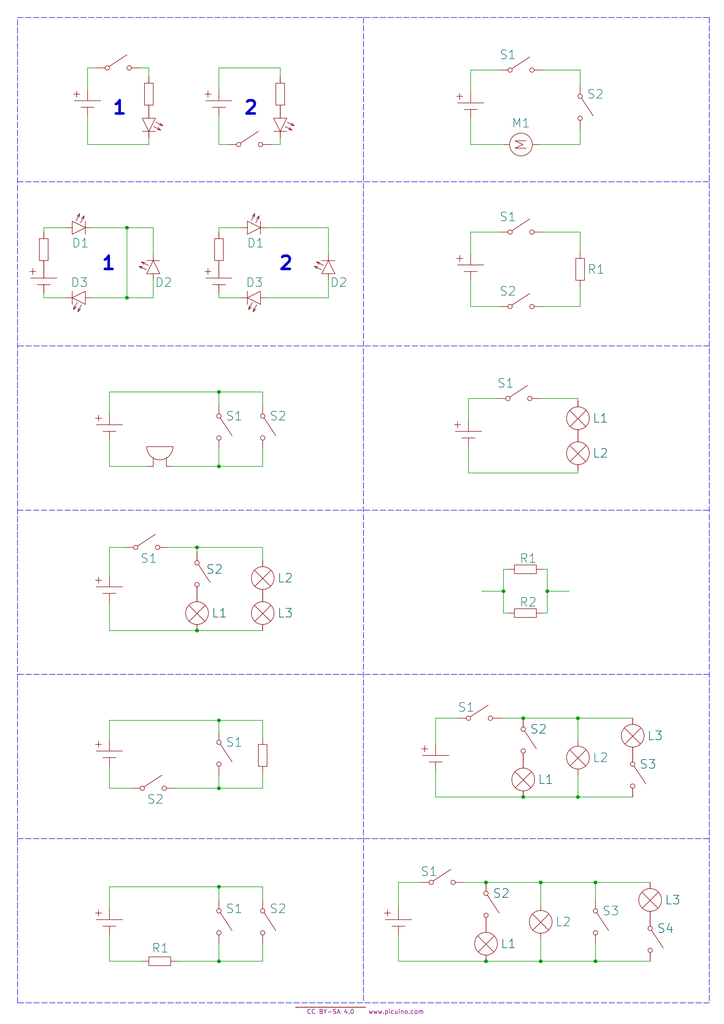
<source format=kicad_sch>
(kicad_sch (version 20231120) (generator "eeschema") (generator_version "8.0")
  (paper "A4" portrait)
  (title_block (title "Circuitos eléctricos para Test Picuino") (date "16/02/2021") (company "www.picuino.com") (comment 1 "Copyright (c) 2021 by Carlos Pardo") (comment 2 "License CC BY-SA 4.0"))
  (lib_symbols
    (symbol "electric-circuits-rescue:CopyRight-simbolos" (pin_names (offset 1.016))
      (property "License" "CC BY-SA 4.0" (at -1.27 -1.27 0))
      (property "Web" "www.picuino.com" (at 0 -1.27 0))
      (symbol "CopyRight-simbolos_0_1"
        (polyline (pts (xy -10.16 0) (xy 10.16 0)) (stroke (width 0.2032)))
      )
    )
    (symbol "electric-circuits-rescue:Pila-simbolos" (pin_names (offset 1.016))
      (property "Reference" "V" (at 5.08 -4.445 0))
      (symbol "Pila-simbolos_0_1"
        (polyline (pts (xy -4.064 -1.27) (xy -2.286 -1.27)))
        (polyline (pts (xy -3.81 -3.175) (xy 3.81 -3.175)))
        (polyline (pts (xy -3.175 -0.381) (xy -3.175 -2.159)))
        (polyline (pts (xy -1.905 -5.08) (xy 1.905 -5.08)))
      )
      (symbol "Pila-simbolos_1_1"
        (pin input line (at 0 -7.62 90) (length 2.54) (name "") (number ""))
        (pin input line (at 0 0 270) (length 3.175) (name "") (number ""))
      )
    )
    (symbol "electric-circuits-rescue:diodo_led-simbolos" (pin_names (offset 1.016))
      (property "Reference" "D" (at 5.08 -3.81 0))
      (symbol "diodo_led-simbolos_0_1"
        (polyline (pts (xy 1.397 -4.318) (xy 3.429 -5.334)))
        (polyline (pts (xy 1.905 -5.715) (xy -1.905 -5.715)))
        (polyline (pts (xy 2.032 -3.048) (xy 4.064 -4.064)))
        (polyline (pts (xy 3.429 -5.334) (xy 2.3622 -5.1816)))
        (polyline (pts (xy 3.429 -5.334) (xy 2.667 -4.572)))
        (polyline (pts (xy 4.064 -4.064) (xy 2.9972 -3.9116)))
        (polyline (pts (xy 4.064 -4.064) (xy 3.302 -3.302)))
        (polyline (pts (xy 1.905 -1.905) (xy -1.905 -1.905) (xy 0 -5.715) (xy 1.905 -1.905)))
      )
      (symbol "diodo_led-simbolos_1_1"
        (pin input line (at 0 -7.62 90) (length 1.905) (name "") (number ""))
        (pin input line (at 0 0 270) (length 1.905) (name "") (number ""))
      )
    )
    (symbol "electric-circuits-rescue:interruptor-simbolos" (pin_names (offset 1.016))
      (property "Reference" "S" (at 4.445 3.175 0))
      (symbol "interruptor-simbolos_0_0"
        (polyline (pts (xy 8.89 3.81) (xy 3.683 0.381)))
        (circle (center 3.175 0) (radius 0.635))
        (circle (center 9.525 0) (radius 0.635))
      )
      (symbol "interruptor-simbolos_1_1"
        (pin input line (at 0 0 0) (length 2.54) (name "") (number ""))
        (pin input line (at 12.7 0 180) (length 2.54) (name "") (number ""))
      )
    )
    (symbol "electric-circuits-rescue:lampara-simbolos" (pin_names (offset 1.016))
      (property "Reference" "L" (at 4.445 -5.08 0))
      (symbol "lampara-simbolos_0_1"
        (circle (center 0 -5.08) (radius 3.302))
        (polyline (pts (xy -2.286 -7.493) (xy 2.286 -2.921)))
        (polyline (pts (xy -2.286 -2.921) (xy 2.286 -7.493)))
      )
      (symbol "lampara-simbolos_1_1"
        (pin input line (at 0 -10.16 90) (length 1.778) (name "") (number ""))
        (pin input line (at 0 0 270) (length 1.778) (name "") (number ""))
      )
    )
    (symbol "electric-circuits-rescue:motor-simbolos" (pin_names (offset 1.016))
      (property "Reference" "M" (at 4.445 -5.08 0))
      (symbol "motor-simbolos_0_0"
        (text "M" (at 0 -5.08 0) (effects (font (size 3.175 3.175))))
      )
      (symbol "motor-simbolos_0_1"
        (circle (center 0 -5.08) (radius 3.302))
      )
      (symbol "motor-simbolos_1_1"
        (pin input line (at 0 -10.16 90) (length 1.778) (name "") (number ""))
        (pin input line (at 0 0 270) (length 1.778) (name "") (number ""))
      )
    )
    (symbol "electric-circuits-rescue:resistencia-simbolos" (pin_names (offset 1.016))
      (property "Reference" "R" (at 1.905 -5.08 0))
      (symbol "resistencia-simbolos_0_1"
        (rectangle (start -1.27 -1.905) (end 1.27 -8.255))
      )
      (symbol "resistencia-simbolos_1_1"
        (pin input line (at 0 -10.16 90) (length 1.905) (name "") (number ""))
        (pin input line (at 0 0 270) (length 1.905) (name "") (number ""))
      )
    )
    (symbol "electric-circuits-rescue:zumbador-simbolos" (pin_names (offset 1.016))
      (property "Reference" "Z" (at 3.81 8.255 0))
      (symbol "zumbador-simbolos_0_0"
        (polyline (pts (xy 0 5.715) (xy 7.62 5.715)))
        (polyline (pts (xy 1.905 0) (xy 1.905 2.54)))
        (polyline (pts (xy 5.715 0) (xy 5.715 2.54)))
        (arc (start 0 5.715) (mid 3.81 1.905) (end 7.62 5.715))
      )
      (symbol "zumbador-simbolos_1_1"
        (pin input line (at 0 0 0) (length 1.905) (name "") (number ""))
        (pin input line (at 7.62 0 180) (length 1.905) (name "") (number ""))
      )
    )
    (symbol "interruptor-simbolos_1" (pin_names (offset 1.016))
      (symbol "interruptor-simbolos_1_0_0"
        (polyline (pts (xy 8.89 3.81) (xy 3.683 0.381)))
        (circle (center 3.175 0) (radius 0.635))
        (circle (center 9.525 0) (radius 0.635))
      )
      (symbol "interruptor-simbolos_1_1_1"
        (pin input line (at 0 0 0) (length 2.54) (name "") (number ""))
        (pin input line (at 12.7 0 180) (length 2.54) (name "") (number ""))
      )
    )
  )
  (junction (at 140.97 255.905))
  (junction (at 63.5 135.255))
  (junction (at 140.97 278.765))
  (junction (at 156.845 255.905))
  (junction (at 63.5 257.175))
  (junction (at 151.765 231.14))
  (junction (at 158.75 171.45))
  (junction (at 151.765 208.28))
  (junction (at 57.15 158.75))
  (junction (at 63.5 228.6))
  (junction (at 167.64 208.28))
  (junction (at 63.5 113.665))
  (junction (at 172.72 278.765))
  (junction (at 36.83 86.36))
  (junction (at 36.83 66.04))
  (junction (at 63.5 278.765))
  (junction (at 57.15 182.88))
  (junction (at 63.5 208.915))
  (junction (at 172.72 255.905))
  (junction (at 167.64 231.14))
  (junction (at 146.05 171.45))
  (junction (at 156.845 278.765))
  (wire (pts (xy 76.2 135.255) (xy 63.5 135.255)))
  (wire (pts (xy 76.2 228.6) (xy 76.2 224.155)))
  (wire (pts (xy 172.72 273.685) (xy 172.72 278.765)))
  (wire (pts (xy 156.21 41.91) (xy 168.275 41.91)))
  (wire (pts (xy 95.25 66.04) (xy 95.25 73.66)))
  (wire (pts (xy 136.525 88.9) (xy 144.78 88.9)))
  (wire (pts (xy 26.67 66.04) (xy 36.83 66.04)))
  (wire (pts (xy 168.275 83.185) (xy 168.275 88.9)))
  (wire (pts (xy 63.5 257.175) (xy 76.2 257.175)))
  (wire (pts (xy 167.64 136.525) (xy 167.64 137.16)))
  (wire (pts (xy 167.64 208.28) (xy 183.515 208.28)))
  (wire (pts (xy 31.75 228.6) (xy 31.75 222.25)))
  (wire (pts (xy 172.72 255.905) (xy 188.595 255.905)))
  (wire (pts (xy 76.2 278.765) (xy 63.5 278.765)))
  (wire (pts (xy 140.97 278.765) (xy 115.57 278.765)))
  (wire (pts (xy 12.7 67.31) (xy 12.7 66.04)))
  (wire (pts (xy 63.5 130.175) (xy 63.5 135.255)))
  (wire (pts (xy 140.97 278.765) (xy 156.845 278.765)))
  (wire (pts (xy 36.83 86.36) (xy 26.67 86.36)))
  (wire (pts (xy 158.75 177.8) (xy 157.48 177.8)))
  (wire (pts (xy 48.895 158.75) (xy 57.15 158.75)))
  (wire (pts (xy 156.845 255.905) (xy 172.72 255.905)))
  (wire (pts (xy 63.5 260.985) (xy 63.5 257.175)))
  (wire (pts (xy 156.845 262.255) (xy 156.845 255.905)))
  (wire (pts (xy 136.525 41.91) (xy 146.05 41.91)))
  (wire (pts (xy 63.5 117.475) (xy 63.5 113.665)))
  (wire (pts (xy 25.4 41.91) (xy 43.18 41.91)))
  (wire (pts (xy 38.1 228.6) (xy 31.75 228.6)))
  (polyline (pts (xy 205.74 5.08) (xy 205.74 290.83)) (stroke (width 0) (type dash)))
  (wire (pts (xy 135.89 137.16) (xy 167.64 137.16)))
  (wire (pts (xy 156.845 278.765) (xy 172.72 278.765)))
  (wire (pts (xy 126.365 215.9) (xy 126.365 208.28)))
  (wire (pts (xy 157.48 67.31) (xy 168.275 67.31)))
  (wire (pts (xy 63.5 278.765) (xy 51.435 278.765)))
  (wire (pts (xy 158.75 171.45) (xy 158.75 177.8)))
  (wire (pts (xy 157.48 20.32) (xy 168.275 20.32)))
  (wire (pts (xy 172.72 260.985) (xy 172.72 255.905)))
  (wire (pts (xy 63.5 41.91) (xy 66.04 41.91)))
  (wire (pts (xy 168.275 37.465) (xy 168.275 41.91)))
  (wire (pts (xy 136.525 26.67) (xy 136.525 20.32)))
  (wire (pts (xy 12.7 86.36) (xy 12.7 85.09)))
  (wire (pts (xy 63.5 66.04) (xy 69.85 66.04)))
  (wire (pts (xy 63.5 19.685) (xy 81.28 19.685)))
  (wire (pts (xy 77.47 86.36) (xy 95.25 86.36)))
  (wire (pts (xy 156.845 272.415) (xy 156.845 278.765)))
  (wire (pts (xy 57.15 182.88) (xy 31.75 182.88)))
  (wire (pts (xy 135.89 115.57) (xy 144.145 115.57)))
  (wire (pts (xy 115.57 263.525) (xy 115.57 255.905)))
  (wire (pts (xy 31.75 113.665) (xy 63.5 113.665)))
  (wire (pts (xy 63.5 33.655) (xy 63.5 41.91)))
  (polyline (pts (xy 5.08 52.705) (xy 205.74 52.705)) (stroke (width 0) (type dash)))
  (wire (pts (xy 63.5 67.31) (xy 63.5 66.04)))
  (wire (pts (xy 168.275 24.765) (xy 168.275 20.32)))
  (wire (pts (xy 115.57 271.145) (xy 115.57 278.765)))
  (wire (pts (xy 31.75 182.88) (xy 31.75 174.625)))
  (wire (pts (xy 43.18 22.225) (xy 43.18 19.685)))
  (wire (pts (xy 44.45 86.36) (xy 36.83 86.36)))
  (wire (pts (xy 167.64 224.79) (xy 167.64 231.14)))
  (wire (pts (xy 19.05 86.36) (xy 12.7 86.36)))
  (wire (pts (xy 63.5 224.79) (xy 63.5 228.6)))
  (wire (pts (xy 167.64 214.63) (xy 167.64 208.28)))
  (polyline (pts (xy 205.74 100.33) (xy 5.08 100.33)) (stroke (width 0) (type dash)))
  (wire (pts (xy 63.5 273.685) (xy 63.5 278.765)))
  (wire (pts (xy 95.25 81.28) (xy 95.25 86.36)))
  (wire (pts (xy 63.5 228.6) (xy 50.8 228.6)))
  (wire (pts (xy 136.525 41.91) (xy 136.525 34.29)))
  (wire (pts (xy 36.83 86.36) (xy 36.83 66.04)))
  (wire (pts (xy 63.5 228.6) (xy 76.2 228.6)))
  (wire (pts (xy 44.45 66.04) (xy 44.45 73.66)))
  (wire (pts (xy 157.48 88.9) (xy 168.275 88.9)))
  (wire (pts (xy 44.45 81.28) (xy 44.45 86.36)))
  (polyline (pts (xy 105.41 5.08) (xy 105.41 290.83)) (stroke (width 0) (type dash)))
  (wire (pts (xy 76.2 273.685) (xy 76.2 278.765)))
  (wire (pts (xy 136.525 88.9) (xy 136.525 81.28)))
  (wire (pts (xy 188.595 278.765) (xy 172.72 278.765)))
  (wire (pts (xy 146.05 171.45) (xy 146.05 177.8)))
  (wire (pts (xy 76.2 130.175) (xy 76.2 135.255)))
  (wire (pts (xy 31.75 208.915) (xy 63.5 208.915)))
  (wire (pts (xy 31.75 158.75) (xy 36.195 158.75)))
  (wire (pts (xy 76.2 208.915) (xy 76.2 213.995)))
  (polyline (pts (xy 5.08 147.955) (xy 205.74 147.955)) (stroke (width 0) (type dash)))
  (wire (pts (xy 126.365 223.52) (xy 126.365 231.14)))
  (wire (pts (xy 147.32 165.1) (xy 146.05 165.1)))
  (wire (pts (xy 63.5 19.685) (xy 63.5 26.035)))
  (wire (pts (xy 63.5 113.665) (xy 76.2 113.665)))
  (wire (pts (xy 76.2 117.475) (xy 76.2 113.665)))
  (wire (pts (xy 63.5 135.255) (xy 50.165 135.255)))
  (wire (pts (xy 31.75 208.915) (xy 31.75 214.63)))
  (wire (pts (xy 146.05 171.45) (xy 139.7 171.45)))
  (wire (pts (xy 31.75 135.255) (xy 31.75 127.635)))
  (wire (pts (xy 43.18 40.005) (xy 43.18 41.91)))
  (wire (pts (xy 25.4 19.685) (xy 27.94 19.685)))
  (wire (pts (xy 57.15 158.75) (xy 76.2 158.75)))
  (wire (pts (xy 76.2 158.75) (xy 76.2 162.56)))
  (wire (pts (xy 158.75 165.1) (xy 158.75 171.45)))
  (wire (pts (xy 42.545 135.255) (xy 31.75 135.255)))
  (wire (pts (xy 81.28 40.005) (xy 81.28 41.91)))
  (wire (pts (xy 57.15 160.02) (xy 57.15 158.75)))
  (wire (pts (xy 57.15 182.88) (xy 76.2 182.88)))
  (wire (pts (xy 126.365 208.28) (xy 132.715 208.28)))
  (wire (pts (xy 146.05 165.1) (xy 146.05 171.45)))
  (wire (pts (xy 140.97 255.905) (xy 156.845 255.905)))
  (polyline (pts (xy 5.08 243.205) (xy 205.74 243.205)) (stroke (width 0) (type dash)))
  (wire (pts (xy 158.75 165.1) (xy 157.48 165.1)))
  (wire (pts (xy 31.75 158.75) (xy 31.75 167.005)))
  (wire (pts (xy 136.525 73.66) (xy 136.525 67.31)))
  (wire (pts (xy 115.57 255.905) (xy 121.92 255.905)))
  (wire (pts (xy 145.415 208.28) (xy 151.765 208.28)))
  (wire (pts (xy 76.2 260.985) (xy 76.2 257.175)))
  (wire (pts (xy 136.525 67.31) (xy 144.78 67.31)))
  (wire (pts (xy 25.4 19.685) (xy 25.4 26.035)))
  (wire (pts (xy 31.75 278.765) (xy 31.75 271.145)))
  (wire (pts (xy 77.47 66.04) (xy 95.25 66.04)))
  (wire (pts (xy 81.28 19.685) (xy 81.28 22.225)))
  (polyline (pts (xy 205.74 195.58) (xy 5.08 195.58)) (stroke (width 0) (type dash)))
  (polyline (pts (xy 205.74 290.83) (xy 5.08 290.83)) (stroke (width 0) (type dash)))
  (wire (pts (xy 134.62 255.905) (xy 140.97 255.905)))
  (wire (pts (xy 31.75 257.175) (xy 63.5 257.175)))
  (wire (pts (xy 156.845 115.57) (xy 167.64 115.57)))
  (wire (pts (xy 151.765 208.28) (xy 167.64 208.28)))
  (wire (pts (xy 31.75 120.015) (xy 31.75 113.665)))
  (wire (pts (xy 78.74 41.91) (xy 81.28 41.91)))
  (wire (pts (xy 12.7 66.04) (xy 19.05 66.04)))
  (wire (pts (xy 168.275 67.31) (xy 168.275 73.025)))
  (wire (pts (xy 136.525 20.32) (xy 144.78 20.32)))
  (wire (pts (xy 41.275 278.765) (xy 31.75 278.765)))
  (wire (pts (xy 135.89 121.92) (xy 135.89 115.57)))
  (wire (pts (xy 76.2 208.915) (xy 63.5 208.915)))
  (wire (pts (xy 69.85 86.36) (xy 63.5 86.36)))
  (wire (pts (xy 151.765 231.14) (xy 167.64 231.14)))
  (wire (pts (xy 147.32 177.8) (xy 146.05 177.8)))
  (wire (pts (xy 63.5 86.36) (xy 63.5 85.09)))
  (wire (pts (xy 167.64 231.14) (xy 183.515 231.14)))
  (wire (pts (xy 167.64 116.205) (xy 167.64 115.57)))
  (wire (pts (xy 31.75 263.525) (xy 31.75 257.175)))
  (polyline (pts (xy 5.08 5.08) (xy 205.74 5.08)) (stroke (width 0) (type dash)))
  (wire (pts (xy 43.18 19.685) (xy 40.64 19.685)))
  (polyline (pts (xy 5.08 290.83) (xy 5.08 5.08)) (stroke (width 0) (type dash)))
  (wire (pts (xy 25.4 33.655) (xy 25.4 41.91)))
  (wire (pts (xy 63.5 208.915) (xy 63.5 212.09)))
  (wire (pts (xy 165.1 171.45) (xy 158.75 171.45)))
  (wire (pts (xy 36.83 66.04) (xy 44.45 66.04)))
  (wire (pts (xy 151.765 231.14) (xy 126.365 231.14)))
  (wire (pts (xy 135.89 137.16) (xy 135.89 129.54)))
  (text "1" (at 29.21 78.74 0) (effects (font (size 3.81 3.81) (thickness 0.762) (bold yes)) (justify left bottom)))
  (text "7\n" (at 216.535 32.385 0) (effects (font (size 7.62 7.62)) (justify left bottom)))
  (text "2\n" (at -16.51 80.645 0) (effects (font (size 7.62 7.62)) (justify left bottom)))
  (text "2" (at 70.485 33.655 0) (effects (font (size 3.81 3.81) (thickness 0.762) (bold yes)) (justify left bottom)))
  (text "1\n" (at -16.51 29.21 0) (effects (font (size 7.62 7.62)) (justify left bottom)))
  (text "2" (at 80.645 78.74 0) (effects (font (size 3.81 3.81) (thickness 0.762) (bold yes)) (justify left bottom)))
  (text "1" (at 32.385 33.655 0) (effects (font (size 3.81 3.81) (thickness 0.762) (bold yes)) (justify left bottom)))
  (text "8\n" (at 215.9 76.2 0) (effects (font (size 7.62 7.62)) (justify left bottom)))
  (symbol (lib_name "interruptor-simbolos_1") (lib_id "electric-circuits-rescue:interruptor-simbolos") (at 27.94 19.685 0) (unit 1)
    (property "Reference" "S?" (effects (hide yes)))
    (property "Value" "interruptor" (effects (hide yes)))
  )
  (symbol (lib_id "electric-circuits-rescue:Pila-simbolos") (at 63.5 26.035 0) (unit 1)
    (property "Reference" "V?" (effects (hide yes)))
    (property "Value" "Pila" (effects (hide yes)))
  )
  (symbol (lib_id "electric-circuits-rescue:diodo_led-simbolos") (at 81.28 32.385 0) (unit 1)
    (property "Reference" "D?" (effects (hide yes)))
    (property "Value" "diodo_led" (effects (hide yes)))
  )
  (symbol (lib_id "electric-circuits-rescue:resistencia-simbolos") (at 81.28 22.225 0) (unit 1)
    (property "Reference" "R?" (effects (hide yes)))
    (property "Value" "resistencia" (effects (hide yes)))
  )
  (symbol (lib_id "electric-circuits-rescue:interruptor-simbolos") (at 66.04 41.91 0) (unit 1)
    (property "Reference" "S?" (effects (hide yes)))
    (property "Value" "interruptor" (effects (hide yes)))
  )
  (symbol (lib_id "electric-circuits-rescue:Pila-simbolos") (at 25.4 26.035 0) (unit 1)
    (property "Reference" "V?" (effects (hide yes)))
    (property "Value" "Pila" (effects (hide yes)))
  )
  (symbol (lib_id "electric-circuits-rescue:diodo_led-simbolos") (at 43.18 32.385 0) (unit 1)
    (property "Reference" "D?" (effects (hide yes)))
    (property "Value" "diodo_led" (effects (hide yes)))
  )
  (symbol (lib_id "electric-circuits-rescue:resistencia-simbolos") (at 43.18 22.225 0) (unit 1)
    (property "Reference" "R?" (effects (hide yes)))
    (property "Value" "resistencia" (effects (hide yes)))
  )
  (symbol (lib_id "electric-circuits-rescue:Pila-simbolos") (at 12.7 77.47 0) (unit 1)
    (property "Reference" "V?" (effects (hide yes)))
    (property "Value" "Pila" (effects (hide yes)))
  )
  (symbol (lib_id "electric-circuits-rescue:resistencia-simbolos") (at 12.7 67.31 0) (unit 1)
    (property "Reference" "R?" (effects (hide yes)))
    (property "Value" "resistencia" (effects (hide yes)))
  )
  (symbol (lib_id "electric-circuits-rescue:diodo_led-simbolos") (at 19.05 66.04 90) (unit 1)
    (property "Reference" "D1" (at 26.035 70.485 90) (effects (font (size 2.54 2.54)) (justify left)))
    (property "Value" "diodo_led" (effects (hide yes)))
  )
  (symbol (lib_id "electric-circuits-rescue:diodo_led-simbolos") (at 44.45 81.28 180) (unit 1)
    (property "Reference" "D2" (at 50.165 81.915 0) (effects (font (size 2.54 2.54)) (justify left)))
    (property "Value" "diodo_led" (effects (hide yes)))
  )
  (symbol (lib_id "electric-circuits-rescue:diodo_led-simbolos") (at 26.67 86.36 270) (unit 1)
    (property "Reference" "D3" (at 20.32 81.915 90) (effects (font (size 2.54 2.54)) (justify left)))
    (property "Value" "diodo_led" (effects (hide yes)))
  )
  (symbol (lib_id "electric-circuits-rescue:Pila-simbolos") (at 63.5 77.47 0) (unit 1)
    (property "Reference" "V?" (effects (hide yes)))
    (property "Value" "Pila" (effects (hide yes)))
  )
  (symbol (lib_id "electric-circuits-rescue:resistencia-simbolos") (at 63.5 67.31 0) (unit 1)
    (property "Reference" "R?" (effects (hide yes)))
    (property "Value" "resistencia" (effects (hide yes)))
  )
  (symbol (lib_id "electric-circuits-rescue:diodo_led-simbolos") (at 69.85 66.04 90) (unit 1)
    (property "Reference" "D1" (at 76.835 70.485 90) (effects (font (size 2.54 2.54)) (justify left)))
    (property "Value" "diodo_led" (effects (hide yes)))
  )
  (symbol (lib_id "electric-circuits-rescue:diodo_led-simbolos") (at 95.25 81.28 180) (unit 1)
    (property "Reference" "D2" (at 100.965 81.915 0) (effects (font (size 2.54 2.54)) (justify left)))
    (property "Value" "diodo_led" (effects (hide yes)))
  )
  (symbol (lib_id "electric-circuits-rescue:diodo_led-simbolos") (at 77.47 86.36 270) (unit 1)
    (property "Reference" "D3" (at 71.12 81.915 90) (effects (font (size 2.54 2.54)) (justify left)))
    (property "Value" "diodo_led" (effects (hide yes)))
  )
  (symbol (lib_id "electric-circuits-rescue:Pila-simbolos") (at 31.75 120.015 0) (unit 1)
    (property "Reference" "V?" (effects (hide yes)))
    (property "Value" "Pila" (effects (hide yes)))
  )
  (symbol (lib_id "electric-circuits-rescue:zumbador-simbolos") (at 42.545 135.255 0) (unit 1)
    (property "Reference" "Z?" (effects (hide yes)))
    (property "Value" "zumbador" (effects (hide yes)))
  )
  (symbol (lib_id "electric-circuits-rescue:interruptor-simbolos") (at 63.5 117.475 270) (unit 1)
    (property "Reference" "S1" (at 67.945 120.65 90) (effects (font (size 2.54 2.54))))
    (property "Value" "interruptor" (effects (hide yes)))
  )
  (symbol (lib_id "electric-circuits-rescue:interruptor-simbolos") (at 76.2 117.475 270) (unit 1)
    (property "Reference" "S2" (at 80.645 120.65 90) (effects (font (size 2.54 2.54))))
    (property "Value" "interruptor" (effects (hide yes)))
  )
  (symbol (lib_id "electric-circuits-rescue:CopyRight-simbolos") (at 95.885 292.1 0) (unit 1)
    (property "Reference" "CP?" (effects (hide yes)))
    (property "Value" "CopyRight" (effects (hide yes)))
    (property "License" "CC BY-SA 4.0" (at 95.885 293.37 0))
    (property "Web" "www.picuino.com" (at 114.935 293.37 0))
  )
  (symbol (lib_id "electric-circuits-rescue:Pila-simbolos") (at 31.75 167.005 0) (unit 1)
    (property "Reference" "V?" (effects (hide yes)))
    (property "Value" "Pila" (effects (hide yes)))
  )
  (symbol (lib_id "electric-circuits-rescue:interruptor-simbolos") (at 36.195 158.75 0) (unit 1)
    (property "Reference" "S1" (at 43.18 161.925 0) (effects (font (size 2.54 2.54))))
    (property "Value" "interruptor" (effects (hide yes)))
  )
  (symbol (lib_id "electric-circuits-rescue:interruptor-simbolos") (at 57.15 160.02 270) (unit 1)
    (property "Reference" "S2" (at 62.23 165.1 90) (effects (font (size 2.54 2.54))))
    (property "Value" "interruptor" (effects (hide yes)))
  )
  (symbol (lib_id "electric-circuits-rescue:lampara-simbolos") (at 57.15 172.72 0) (unit 1)
    (property "Reference" "L1" (at 61.214 177.8 0) (effects (font (size 2.54 2.54)) (justify left)))
    (property "Value" "lampara" (effects (hide yes)))
  )
  (symbol (lib_id "electric-circuits-rescue:lampara-simbolos") (at 76.2 162.56 0) (unit 1)
    (property "Reference" "L2" (at 80.264 167.64 0) (effects (font (size 2.54 2.54)) (justify left)))
    (property "Value" "lampara" (effects (hide yes)))
  )
  (symbol (lib_id "electric-circuits-rescue:lampara-simbolos") (at 76.2 172.72 0) (unit 1)
    (property "Reference" "L3" (at 80.264 177.8 0) (effects (font (size 2.54 2.54)) (justify left)))
    (property "Value" "lampara" (effects (hide yes)))
  )
  (symbol (lib_id "electric-circuits-rescue:Pila-simbolos") (at 31.75 214.63 0) (unit 1)
    (property "Reference" "V?" (effects (hide yes)))
    (property "Value" "Pila" (effects (hide yes)))
  )
  (symbol (lib_id "electric-circuits-rescue:interruptor-simbolos") (at 38.1 228.6 0) (unit 1)
    (property "Reference" "S2" (at 45.085 231.775 0) (effects (font (size 2.54 2.54))))
    (property "Value" "interruptor" (effects (hide yes)))
  )
  (symbol (lib_id "electric-circuits-rescue:interruptor-simbolos") (at 63.5 212.09 270) (unit 1)
    (property "Reference" "S1" (at 67.945 215.265 90) (effects (font (size 2.54 2.54))))
    (property "Value" "interruptor" (effects (hide yes)))
  )
  (symbol (lib_id "electric-circuits-rescue:resistencia-simbolos") (at 76.2 213.995 0) (unit 1)
    (property "Reference" "R?" (effects (hide yes)))
    (property "Value" "resistencia" (effects (hide yes)))
  )
  (symbol (lib_id "electric-circuits-rescue:Pila-simbolos") (at 31.75 263.525 0) (unit 1)
    (property "Reference" "V?" (effects (hide yes)))
    (property "Value" "Pila" (effects (hide yes)))
  )
  (symbol (lib_id "electric-circuits-rescue:interruptor-simbolos") (at 63.5 260.985 270) (unit 1)
    (property "Reference" "S1" (at 67.945 263.525 90) (effects (font (size 2.54 2.54))))
    (property "Value" "interruptor" (effects (hide yes)))
  )
  (symbol (lib_id "electric-circuits-rescue:interruptor-simbolos") (at 76.2 260.985 270) (unit 1)
    (property "Reference" "S2" (at 80.645 263.525 90) (effects (font (size 2.54 2.54))))
    (property "Value" "interruptor" (effects (hide yes)))
  )
  (symbol (lib_id "electric-circuits-rescue:resistencia-simbolos") (at 51.435 278.765 270) (unit 1)
    (property "Reference" "R1" (at 43.815 274.955 90) (effects (font (size 2.54 2.54)) (justify left)))
    (property "Value" "resistencia" (effects (hide yes)))
  )
  (symbol (lib_id "electric-circuits-rescue:Pila-simbolos") (at 136.525 26.67 0) (unit 1)
    (property "Reference" "V?" (effects (hide yes)))
    (property "Value" "Pila" (effects (hide yes)))
  )
  (symbol (lib_id "electric-circuits-rescue:interruptor-simbolos") (at 144.78 20.32 0) (unit 1)
    (property "Reference" "S1" (at 147.32 15.875 0) (effects (font (size 2.54 2.54))))
    (property "Value" "interruptor" (effects (hide yes)))
  )
  (symbol (lib_id "electric-circuits-rescue:interruptor-simbolos") (at 168.275 24.765 270) (unit 1)
    (property "Reference" "S2" (at 172.72 27.305 90) (effects (font (size 2.54 2.54))))
    (property "Value" "interruptor" (effects (hide yes)))
  )
  (symbol (lib_id "electric-circuits-rescue:motor-simbolos") (at 156.21 41.91 270) (unit 1)
    (property "Reference" "M1" (at 151.13 35.687 90) (effects (font (size 2.54 2.54))))
    (property "Value" "motor" (effects (hide yes)))
  )
  (symbol (lib_id "electric-circuits-rescue:Pila-simbolos") (at 136.525 73.66 0) (unit 1)
    (property "Reference" "V?" (effects (hide yes)))
    (property "Value" "Pila" (effects (hide yes)))
  )
  (symbol (lib_id "electric-circuits-rescue:interruptor-simbolos") (at 144.78 67.31 0) (unit 1)
    (property "Reference" "S1" (at 147.32 62.865 0) (effects (font (size 2.54 2.54))))
    (property "Value" "interruptor" (effects (hide yes)))
  )
  (symbol (lib_id "electric-circuits-rescue:interruptor-simbolos") (at 144.78 88.9 0) (unit 1)
    (property "Reference" "S2" (at 147.32 84.455 0) (effects (font (size 2.54 2.54))))
    (property "Value" "interruptor" (effects (hide yes)))
  )
  (symbol (lib_id "electric-circuits-rescue:resistencia-simbolos") (at 168.275 73.025 0) (unit 1)
    (property "Reference" "R1" (at 170.2308 78.105 0) (effects (font (size 2.54 2.54)) (justify left)))
    (property "Value" "resistencia" (effects (hide yes)))
  )
  (symbol (lib_id "electric-circuits-rescue:Pila-simbolos") (at 135.89 121.92 0) (unit 1)
    (property "Reference" "V?" (effects (hide yes)))
    (property "Value" "Pila" (effects (hide yes)))
  )
  (symbol (lib_id "electric-circuits-rescue:interruptor-simbolos") (at 144.145 115.57 0) (unit 1)
    (property "Reference" "S1" (at 146.685 111.125 0) (effects (font (size 2.54 2.54))))
    (property "Value" "interruptor" (effects (hide yes)))
  )
  (symbol (lib_id "electric-circuits-rescue:lampara-simbolos") (at 167.64 116.205 0) (unit 1)
    (property "Reference" "L1" (at 171.704 121.285 0) (effects (font (size 2.54 2.54)) (justify left)))
    (property "Value" "lampara" (effects (hide yes)))
  )
  (symbol (lib_id "electric-circuits-rescue:lampara-simbolos") (at 167.64 126.365 0) (unit 1)
    (property "Reference" "L2" (at 171.704 131.445 0) (effects (font (size 2.54 2.54)) (justify left)))
    (property "Value" "lampara" (effects (hide yes)))
  )
  (symbol (lib_id "electric-circuits-rescue:resistencia-simbolos") (at 157.48 165.1 270) (unit 1)
    (property "Reference" "R1" (at 150.495 161.925 90) (effects (font (size 2.54 2.54)) (justify left)))
    (property "Value" "resistencia" (effects (hide yes)))
  )
  (symbol (lib_id "electric-circuits-rescue:resistencia-simbolos") (at 157.48 177.8 270) (unit 1)
    (property "Reference" "R2" (at 150.495 174.625 90) (effects (font (size 2.54 2.54)) (justify left)))
    (property "Value" "resistencia" (effects (hide yes)))
  )
  (symbol (lib_id "electric-circuits-rescue:Pila-simbolos") (at 126.365 215.9 0) (unit 1)
    (property "Reference" "V?" (effects (hide yes)))
    (property "Value" "Pila" (effects (hide yes)))
  )
  (symbol (lib_id "electric-circuits-rescue:interruptor-simbolos") (at 132.715 208.28 0) (unit 1)
    (property "Reference" "S1" (at 135.255 205.105 0) (effects (font (size 2.54 2.54))))
    (property "Value" "interruptor" (effects (hide yes)))
  )
  (symbol (lib_id "electric-circuits-rescue:lampara-simbolos") (at 151.765 220.98 0) (unit 1)
    (property "Reference" "L1" (at 155.829 226.06 0) (effects (font (size 2.54 2.54)) (justify left)))
    (property "Value" "lampara" (effects (hide yes)))
  )
  (symbol (lib_id "electric-circuits-rescue:interruptor-simbolos") (at 151.765 208.28 270) (unit 1)
    (property "Reference" "S2" (at 156.21 211.455 90) (effects (font (size 2.54 2.54))))
    (property "Value" "interruptor" (effects (hide yes)))
  )
  (symbol (lib_id "electric-circuits-rescue:lampara-simbolos") (at 167.64 214.63 0) (unit 1)
    (property "Reference" "L2" (at 171.704 219.71 0) (effects (font (size 2.54 2.54)) (justify left)))
    (property "Value" "lampara" (effects (hide yes)))
  )
  (symbol (lib_id "electric-circuits-rescue:lampara-simbolos") (at 183.515 208.28 0) (unit 1)
    (property "Reference" "L3" (at 187.579 213.36 0) (effects (font (size 2.54 2.54)) (justify left)))
    (property "Value" "lampara" (effects (hide yes)))
  )
  (symbol (lib_id "electric-circuits-rescue:interruptor-simbolos") (at 183.515 218.44 270) (unit 1)
    (property "Reference" "S3" (at 187.96 221.615 90) (effects (font (size 2.54 2.54))))
    (property "Value" "interruptor" (effects (hide yes)))
  )
  (symbol (lib_id "electric-circuits-rescue:Pila-simbolos") (at 115.57 263.525 0) (unit 1)
    (property "Reference" "V?" (effects (hide yes)))
    (property "Value" "Pila" (effects (hide yes)))
  )
  (symbol (lib_id "electric-circuits-rescue:interruptor-simbolos") (at 121.92 255.905 0) (unit 1)
    (property "Reference" "S1" (at 124.46 252.73 0) (effects (font (size 2.54 2.54))))
    (property "Value" "interruptor" (effects (hide yes)))
  )
  (symbol (lib_id "electric-circuits-rescue:lampara-simbolos") (at 140.97 268.605 0) (unit 1)
    (property "Reference" "L1" (at 145.034 273.685 0) (effects (font (size 2.54 2.54)) (justify left)))
    (property "Value" "lampara" (effects (hide yes)))
  )
  (symbol (lib_id "electric-circuits-rescue:interruptor-simbolos") (at 140.97 255.905 270) (unit 1)
    (property "Reference" "S2" (at 145.415 259.08 90) (effects (font (size 2.54 2.54))))
    (property "Value" "interruptor" (effects (hide yes)))
  )
  (symbol (lib_id "electric-circuits-rescue:lampara-simbolos") (at 156.845 262.255 0) (unit 1)
    (property "Reference" "L2" (at 160.909 267.335 0) (effects (font (size 2.54 2.54)) (justify left)))
    (property "Value" "lampara" (effects (hide yes)))
  )
  (symbol (lib_id "electric-circuits-rescue:lampara-simbolos") (at 188.595 255.905 0) (unit 1)
    (property "Reference" "L3" (at 192.659 260.985 0) (effects (font (size 2.54 2.54)) (justify left)))
    (property "Value" "lampara" (effects (hide yes)))
  )
  (symbol (lib_id "electric-circuits-rescue:interruptor-simbolos") (at 188.595 266.065 270) (unit 1)
    (property "Reference" "S4" (at 193.04 269.24 90) (effects (font (size 2.54 2.54))))
    (property "Value" "interruptor" (effects (hide yes)))
  )
  (symbol (lib_id "electric-circuits-rescue:interruptor-simbolos") (at 172.72 260.985 270) (unit 1)
    (property "Reference" "S3" (at 177.165 264.16 90) (effects (font (size 2.54 2.54))))
    (property "Value" "interruptor" (effects (hide yes)))
  )
  (sheet (at 254 63.5) (size 127 25.4)
    (property "Sheetname" "electric-circuits_03" (at 254 59.6134 0) (effects (font (size 7.62 7.62)) (justify left bottom)))
    (property "Sheetfile" "electric-circuits_03.kicad_sch" (at 254 92.0246 0) (effects (font (size 7.62 7.62)) (justify left top)))
  )
  (sheet (at 254 0) (size 127 25.4)
    (property "Sheetname" "electric-circuits_02" (at 254 -3.8866 0) (effects (font (size 7.62 7.62)) (justify left bottom)))
    (property "Sheetfile" "electric-circuits_02.kicad_sch" (at 254 28.5246 0) (effects (font (size 7.62 7.62)) (justify left top)))
  )
)
</source>
